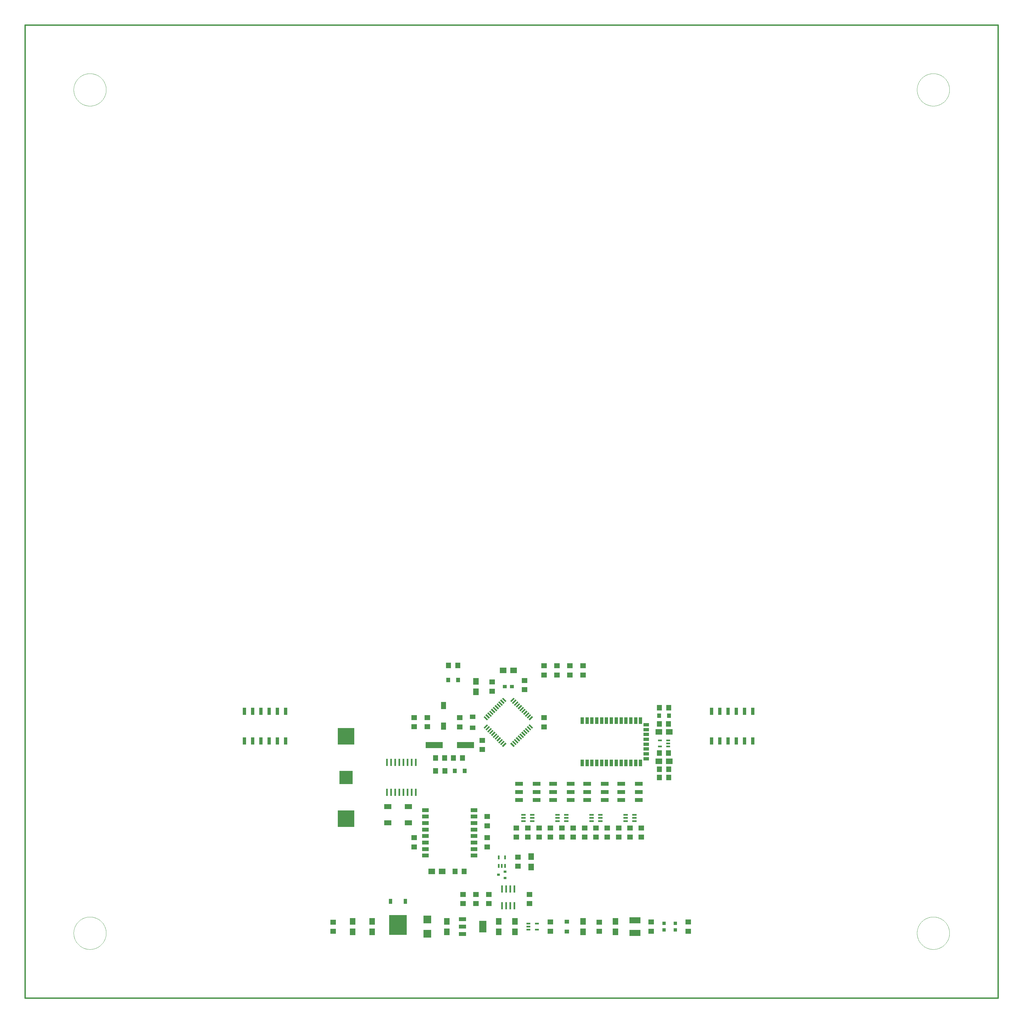
<source format=gtp>
G75*
%MOIN*%
%OFA0B0*%
%FSLAX25Y25*%
%IPPOS*%
%LPD*%
%AMOC8*
5,1,8,0,0,1.08239X$1,22.5*
%
%ADD10C,0.01600*%
%ADD11C,0.00000*%
%ADD12R,0.07087X0.08465*%
%ADD13R,0.05512X0.04724*%
%ADD14R,0.09449X0.09449*%
%ADD15R,0.08800X0.04800*%
%ADD16R,0.08661X0.14173*%
%ADD17R,0.07087X0.06299*%
%ADD18R,0.13386X0.07480*%
%ADD19R,0.03937X0.03937*%
%ADD20R,0.07098X0.06299*%
%ADD21R,0.04724X0.03937*%
%ADD22R,0.08465X0.07087*%
%ADD23R,0.04724X0.02165*%
%ADD24R,0.06299X0.07087*%
%ADD25R,0.04724X0.05512*%
%ADD26R,0.03500X0.03100*%
%ADD27R,0.02362X0.08661*%
%ADD28R,0.07087X0.05512*%
%ADD29R,0.06299X0.07098*%
%ADD30R,0.21000X0.07600*%
%ADD31R,0.06299X0.09055*%
%ADD32R,0.05906X0.01969*%
%ADD33R,0.01969X0.05906*%
%ADD34R,0.03937X0.07874*%
%ADD35R,0.07087X0.03937*%
%ADD36R,0.16000X0.16000*%
%ADD37R,0.20000X0.20000*%
%ADD38R,0.07874X0.04724*%
%ADD39R,0.02165X0.04724*%
%ADD40R,0.09055X0.06299*%
%ADD41R,0.05315X0.02165*%
%ADD42R,0.03937X0.06299*%
%ADD43R,0.21260X0.24409*%
%ADD44R,0.09449X0.05000*%
%ADD45R,0.04000X0.09000*%
D10*
X0001800Y0009496D02*
X1182902Y0009496D01*
X1182902Y1190598D01*
X0001800Y1190598D01*
X0001800Y0009496D01*
D11*
X0060855Y0088236D02*
X0060861Y0088719D01*
X0060879Y0089202D01*
X0060908Y0089684D01*
X0060950Y0090165D01*
X0061003Y0090646D01*
X0061068Y0091124D01*
X0061145Y0091601D01*
X0061233Y0092076D01*
X0061333Y0092549D01*
X0061445Y0093019D01*
X0061568Y0093486D01*
X0061703Y0093950D01*
X0061849Y0094411D01*
X0062006Y0094868D01*
X0062174Y0095321D01*
X0062353Y0095769D01*
X0062544Y0096213D01*
X0062745Y0096652D01*
X0062957Y0097087D01*
X0063179Y0097515D01*
X0063412Y0097939D01*
X0063656Y0098356D01*
X0063909Y0098767D01*
X0064173Y0099172D01*
X0064446Y0099571D01*
X0064729Y0099962D01*
X0065021Y0100347D01*
X0065323Y0100724D01*
X0065634Y0101094D01*
X0065954Y0101456D01*
X0066283Y0101810D01*
X0066621Y0102155D01*
X0066966Y0102493D01*
X0067320Y0102822D01*
X0067682Y0103142D01*
X0068052Y0103453D01*
X0068429Y0103755D01*
X0068814Y0104047D01*
X0069205Y0104330D01*
X0069604Y0104603D01*
X0070009Y0104867D01*
X0070420Y0105120D01*
X0070837Y0105364D01*
X0071261Y0105597D01*
X0071689Y0105819D01*
X0072124Y0106031D01*
X0072563Y0106232D01*
X0073007Y0106423D01*
X0073455Y0106602D01*
X0073908Y0106770D01*
X0074365Y0106927D01*
X0074826Y0107073D01*
X0075290Y0107208D01*
X0075757Y0107331D01*
X0076227Y0107443D01*
X0076700Y0107543D01*
X0077175Y0107631D01*
X0077652Y0107708D01*
X0078130Y0107773D01*
X0078611Y0107826D01*
X0079092Y0107868D01*
X0079574Y0107897D01*
X0080057Y0107915D01*
X0080540Y0107921D01*
X0081023Y0107915D01*
X0081506Y0107897D01*
X0081988Y0107868D01*
X0082469Y0107826D01*
X0082950Y0107773D01*
X0083428Y0107708D01*
X0083905Y0107631D01*
X0084380Y0107543D01*
X0084853Y0107443D01*
X0085323Y0107331D01*
X0085790Y0107208D01*
X0086254Y0107073D01*
X0086715Y0106927D01*
X0087172Y0106770D01*
X0087625Y0106602D01*
X0088073Y0106423D01*
X0088517Y0106232D01*
X0088956Y0106031D01*
X0089391Y0105819D01*
X0089819Y0105597D01*
X0090243Y0105364D01*
X0090660Y0105120D01*
X0091071Y0104867D01*
X0091476Y0104603D01*
X0091875Y0104330D01*
X0092266Y0104047D01*
X0092651Y0103755D01*
X0093028Y0103453D01*
X0093398Y0103142D01*
X0093760Y0102822D01*
X0094114Y0102493D01*
X0094459Y0102155D01*
X0094797Y0101810D01*
X0095126Y0101456D01*
X0095446Y0101094D01*
X0095757Y0100724D01*
X0096059Y0100347D01*
X0096351Y0099962D01*
X0096634Y0099571D01*
X0096907Y0099172D01*
X0097171Y0098767D01*
X0097424Y0098356D01*
X0097668Y0097939D01*
X0097901Y0097515D01*
X0098123Y0097087D01*
X0098335Y0096652D01*
X0098536Y0096213D01*
X0098727Y0095769D01*
X0098906Y0095321D01*
X0099074Y0094868D01*
X0099231Y0094411D01*
X0099377Y0093950D01*
X0099512Y0093486D01*
X0099635Y0093019D01*
X0099747Y0092549D01*
X0099847Y0092076D01*
X0099935Y0091601D01*
X0100012Y0091124D01*
X0100077Y0090646D01*
X0100130Y0090165D01*
X0100172Y0089684D01*
X0100201Y0089202D01*
X0100219Y0088719D01*
X0100225Y0088236D01*
X0100219Y0087753D01*
X0100201Y0087270D01*
X0100172Y0086788D01*
X0100130Y0086307D01*
X0100077Y0085826D01*
X0100012Y0085348D01*
X0099935Y0084871D01*
X0099847Y0084396D01*
X0099747Y0083923D01*
X0099635Y0083453D01*
X0099512Y0082986D01*
X0099377Y0082522D01*
X0099231Y0082061D01*
X0099074Y0081604D01*
X0098906Y0081151D01*
X0098727Y0080703D01*
X0098536Y0080259D01*
X0098335Y0079820D01*
X0098123Y0079385D01*
X0097901Y0078957D01*
X0097668Y0078533D01*
X0097424Y0078116D01*
X0097171Y0077705D01*
X0096907Y0077300D01*
X0096634Y0076901D01*
X0096351Y0076510D01*
X0096059Y0076125D01*
X0095757Y0075748D01*
X0095446Y0075378D01*
X0095126Y0075016D01*
X0094797Y0074662D01*
X0094459Y0074317D01*
X0094114Y0073979D01*
X0093760Y0073650D01*
X0093398Y0073330D01*
X0093028Y0073019D01*
X0092651Y0072717D01*
X0092266Y0072425D01*
X0091875Y0072142D01*
X0091476Y0071869D01*
X0091071Y0071605D01*
X0090660Y0071352D01*
X0090243Y0071108D01*
X0089819Y0070875D01*
X0089391Y0070653D01*
X0088956Y0070441D01*
X0088517Y0070240D01*
X0088073Y0070049D01*
X0087625Y0069870D01*
X0087172Y0069702D01*
X0086715Y0069545D01*
X0086254Y0069399D01*
X0085790Y0069264D01*
X0085323Y0069141D01*
X0084853Y0069029D01*
X0084380Y0068929D01*
X0083905Y0068841D01*
X0083428Y0068764D01*
X0082950Y0068699D01*
X0082469Y0068646D01*
X0081988Y0068604D01*
X0081506Y0068575D01*
X0081023Y0068557D01*
X0080540Y0068551D01*
X0080057Y0068557D01*
X0079574Y0068575D01*
X0079092Y0068604D01*
X0078611Y0068646D01*
X0078130Y0068699D01*
X0077652Y0068764D01*
X0077175Y0068841D01*
X0076700Y0068929D01*
X0076227Y0069029D01*
X0075757Y0069141D01*
X0075290Y0069264D01*
X0074826Y0069399D01*
X0074365Y0069545D01*
X0073908Y0069702D01*
X0073455Y0069870D01*
X0073007Y0070049D01*
X0072563Y0070240D01*
X0072124Y0070441D01*
X0071689Y0070653D01*
X0071261Y0070875D01*
X0070837Y0071108D01*
X0070420Y0071352D01*
X0070009Y0071605D01*
X0069604Y0071869D01*
X0069205Y0072142D01*
X0068814Y0072425D01*
X0068429Y0072717D01*
X0068052Y0073019D01*
X0067682Y0073330D01*
X0067320Y0073650D01*
X0066966Y0073979D01*
X0066621Y0074317D01*
X0066283Y0074662D01*
X0065954Y0075016D01*
X0065634Y0075378D01*
X0065323Y0075748D01*
X0065021Y0076125D01*
X0064729Y0076510D01*
X0064446Y0076901D01*
X0064173Y0077300D01*
X0063909Y0077705D01*
X0063656Y0078116D01*
X0063412Y0078533D01*
X0063179Y0078957D01*
X0062957Y0079385D01*
X0062745Y0079820D01*
X0062544Y0080259D01*
X0062353Y0080703D01*
X0062174Y0081151D01*
X0062006Y0081604D01*
X0061849Y0082061D01*
X0061703Y0082522D01*
X0061568Y0082986D01*
X0061445Y0083453D01*
X0061333Y0083923D01*
X0061233Y0084396D01*
X0061145Y0084871D01*
X0061068Y0085348D01*
X0061003Y0085826D01*
X0060950Y0086307D01*
X0060908Y0086788D01*
X0060879Y0087270D01*
X0060861Y0087753D01*
X0060855Y0088236D01*
X0060855Y1111858D02*
X0060861Y1112341D01*
X0060879Y1112824D01*
X0060908Y1113306D01*
X0060950Y1113787D01*
X0061003Y1114268D01*
X0061068Y1114746D01*
X0061145Y1115223D01*
X0061233Y1115698D01*
X0061333Y1116171D01*
X0061445Y1116641D01*
X0061568Y1117108D01*
X0061703Y1117572D01*
X0061849Y1118033D01*
X0062006Y1118490D01*
X0062174Y1118943D01*
X0062353Y1119391D01*
X0062544Y1119835D01*
X0062745Y1120274D01*
X0062957Y1120709D01*
X0063179Y1121137D01*
X0063412Y1121561D01*
X0063656Y1121978D01*
X0063909Y1122389D01*
X0064173Y1122794D01*
X0064446Y1123193D01*
X0064729Y1123584D01*
X0065021Y1123969D01*
X0065323Y1124346D01*
X0065634Y1124716D01*
X0065954Y1125078D01*
X0066283Y1125432D01*
X0066621Y1125777D01*
X0066966Y1126115D01*
X0067320Y1126444D01*
X0067682Y1126764D01*
X0068052Y1127075D01*
X0068429Y1127377D01*
X0068814Y1127669D01*
X0069205Y1127952D01*
X0069604Y1128225D01*
X0070009Y1128489D01*
X0070420Y1128742D01*
X0070837Y1128986D01*
X0071261Y1129219D01*
X0071689Y1129441D01*
X0072124Y1129653D01*
X0072563Y1129854D01*
X0073007Y1130045D01*
X0073455Y1130224D01*
X0073908Y1130392D01*
X0074365Y1130549D01*
X0074826Y1130695D01*
X0075290Y1130830D01*
X0075757Y1130953D01*
X0076227Y1131065D01*
X0076700Y1131165D01*
X0077175Y1131253D01*
X0077652Y1131330D01*
X0078130Y1131395D01*
X0078611Y1131448D01*
X0079092Y1131490D01*
X0079574Y1131519D01*
X0080057Y1131537D01*
X0080540Y1131543D01*
X0081023Y1131537D01*
X0081506Y1131519D01*
X0081988Y1131490D01*
X0082469Y1131448D01*
X0082950Y1131395D01*
X0083428Y1131330D01*
X0083905Y1131253D01*
X0084380Y1131165D01*
X0084853Y1131065D01*
X0085323Y1130953D01*
X0085790Y1130830D01*
X0086254Y1130695D01*
X0086715Y1130549D01*
X0087172Y1130392D01*
X0087625Y1130224D01*
X0088073Y1130045D01*
X0088517Y1129854D01*
X0088956Y1129653D01*
X0089391Y1129441D01*
X0089819Y1129219D01*
X0090243Y1128986D01*
X0090660Y1128742D01*
X0091071Y1128489D01*
X0091476Y1128225D01*
X0091875Y1127952D01*
X0092266Y1127669D01*
X0092651Y1127377D01*
X0093028Y1127075D01*
X0093398Y1126764D01*
X0093760Y1126444D01*
X0094114Y1126115D01*
X0094459Y1125777D01*
X0094797Y1125432D01*
X0095126Y1125078D01*
X0095446Y1124716D01*
X0095757Y1124346D01*
X0096059Y1123969D01*
X0096351Y1123584D01*
X0096634Y1123193D01*
X0096907Y1122794D01*
X0097171Y1122389D01*
X0097424Y1121978D01*
X0097668Y1121561D01*
X0097901Y1121137D01*
X0098123Y1120709D01*
X0098335Y1120274D01*
X0098536Y1119835D01*
X0098727Y1119391D01*
X0098906Y1118943D01*
X0099074Y1118490D01*
X0099231Y1118033D01*
X0099377Y1117572D01*
X0099512Y1117108D01*
X0099635Y1116641D01*
X0099747Y1116171D01*
X0099847Y1115698D01*
X0099935Y1115223D01*
X0100012Y1114746D01*
X0100077Y1114268D01*
X0100130Y1113787D01*
X0100172Y1113306D01*
X0100201Y1112824D01*
X0100219Y1112341D01*
X0100225Y1111858D01*
X0100219Y1111375D01*
X0100201Y1110892D01*
X0100172Y1110410D01*
X0100130Y1109929D01*
X0100077Y1109448D01*
X0100012Y1108970D01*
X0099935Y1108493D01*
X0099847Y1108018D01*
X0099747Y1107545D01*
X0099635Y1107075D01*
X0099512Y1106608D01*
X0099377Y1106144D01*
X0099231Y1105683D01*
X0099074Y1105226D01*
X0098906Y1104773D01*
X0098727Y1104325D01*
X0098536Y1103881D01*
X0098335Y1103442D01*
X0098123Y1103007D01*
X0097901Y1102579D01*
X0097668Y1102155D01*
X0097424Y1101738D01*
X0097171Y1101327D01*
X0096907Y1100922D01*
X0096634Y1100523D01*
X0096351Y1100132D01*
X0096059Y1099747D01*
X0095757Y1099370D01*
X0095446Y1099000D01*
X0095126Y1098638D01*
X0094797Y1098284D01*
X0094459Y1097939D01*
X0094114Y1097601D01*
X0093760Y1097272D01*
X0093398Y1096952D01*
X0093028Y1096641D01*
X0092651Y1096339D01*
X0092266Y1096047D01*
X0091875Y1095764D01*
X0091476Y1095491D01*
X0091071Y1095227D01*
X0090660Y1094974D01*
X0090243Y1094730D01*
X0089819Y1094497D01*
X0089391Y1094275D01*
X0088956Y1094063D01*
X0088517Y1093862D01*
X0088073Y1093671D01*
X0087625Y1093492D01*
X0087172Y1093324D01*
X0086715Y1093167D01*
X0086254Y1093021D01*
X0085790Y1092886D01*
X0085323Y1092763D01*
X0084853Y1092651D01*
X0084380Y1092551D01*
X0083905Y1092463D01*
X0083428Y1092386D01*
X0082950Y1092321D01*
X0082469Y1092268D01*
X0081988Y1092226D01*
X0081506Y1092197D01*
X0081023Y1092179D01*
X0080540Y1092173D01*
X0080057Y1092179D01*
X0079574Y1092197D01*
X0079092Y1092226D01*
X0078611Y1092268D01*
X0078130Y1092321D01*
X0077652Y1092386D01*
X0077175Y1092463D01*
X0076700Y1092551D01*
X0076227Y1092651D01*
X0075757Y1092763D01*
X0075290Y1092886D01*
X0074826Y1093021D01*
X0074365Y1093167D01*
X0073908Y1093324D01*
X0073455Y1093492D01*
X0073007Y1093671D01*
X0072563Y1093862D01*
X0072124Y1094063D01*
X0071689Y1094275D01*
X0071261Y1094497D01*
X0070837Y1094730D01*
X0070420Y1094974D01*
X0070009Y1095227D01*
X0069604Y1095491D01*
X0069205Y1095764D01*
X0068814Y1096047D01*
X0068429Y1096339D01*
X0068052Y1096641D01*
X0067682Y1096952D01*
X0067320Y1097272D01*
X0066966Y1097601D01*
X0066621Y1097939D01*
X0066283Y1098284D01*
X0065954Y1098638D01*
X0065634Y1099000D01*
X0065323Y1099370D01*
X0065021Y1099747D01*
X0064729Y1100132D01*
X0064446Y1100523D01*
X0064173Y1100922D01*
X0063909Y1101327D01*
X0063656Y1101738D01*
X0063412Y1102155D01*
X0063179Y1102579D01*
X0062957Y1103007D01*
X0062745Y1103442D01*
X0062544Y1103881D01*
X0062353Y1104325D01*
X0062174Y1104773D01*
X0062006Y1105226D01*
X0061849Y1105683D01*
X0061703Y1106144D01*
X0061568Y1106608D01*
X0061445Y1107075D01*
X0061333Y1107545D01*
X0061233Y1108018D01*
X0061145Y1108493D01*
X0061068Y1108970D01*
X0061003Y1109448D01*
X0060950Y1109929D01*
X0060908Y1110410D01*
X0060879Y1110892D01*
X0060861Y1111375D01*
X0060855Y1111858D01*
X1084477Y1111858D02*
X1084483Y1112341D01*
X1084501Y1112824D01*
X1084530Y1113306D01*
X1084572Y1113787D01*
X1084625Y1114268D01*
X1084690Y1114746D01*
X1084767Y1115223D01*
X1084855Y1115698D01*
X1084955Y1116171D01*
X1085067Y1116641D01*
X1085190Y1117108D01*
X1085325Y1117572D01*
X1085471Y1118033D01*
X1085628Y1118490D01*
X1085796Y1118943D01*
X1085975Y1119391D01*
X1086166Y1119835D01*
X1086367Y1120274D01*
X1086579Y1120709D01*
X1086801Y1121137D01*
X1087034Y1121561D01*
X1087278Y1121978D01*
X1087531Y1122389D01*
X1087795Y1122794D01*
X1088068Y1123193D01*
X1088351Y1123584D01*
X1088643Y1123969D01*
X1088945Y1124346D01*
X1089256Y1124716D01*
X1089576Y1125078D01*
X1089905Y1125432D01*
X1090243Y1125777D01*
X1090588Y1126115D01*
X1090942Y1126444D01*
X1091304Y1126764D01*
X1091674Y1127075D01*
X1092051Y1127377D01*
X1092436Y1127669D01*
X1092827Y1127952D01*
X1093226Y1128225D01*
X1093631Y1128489D01*
X1094042Y1128742D01*
X1094459Y1128986D01*
X1094883Y1129219D01*
X1095311Y1129441D01*
X1095746Y1129653D01*
X1096185Y1129854D01*
X1096629Y1130045D01*
X1097077Y1130224D01*
X1097530Y1130392D01*
X1097987Y1130549D01*
X1098448Y1130695D01*
X1098912Y1130830D01*
X1099379Y1130953D01*
X1099849Y1131065D01*
X1100322Y1131165D01*
X1100797Y1131253D01*
X1101274Y1131330D01*
X1101752Y1131395D01*
X1102233Y1131448D01*
X1102714Y1131490D01*
X1103196Y1131519D01*
X1103679Y1131537D01*
X1104162Y1131543D01*
X1104645Y1131537D01*
X1105128Y1131519D01*
X1105610Y1131490D01*
X1106091Y1131448D01*
X1106572Y1131395D01*
X1107050Y1131330D01*
X1107527Y1131253D01*
X1108002Y1131165D01*
X1108475Y1131065D01*
X1108945Y1130953D01*
X1109412Y1130830D01*
X1109876Y1130695D01*
X1110337Y1130549D01*
X1110794Y1130392D01*
X1111247Y1130224D01*
X1111695Y1130045D01*
X1112139Y1129854D01*
X1112578Y1129653D01*
X1113013Y1129441D01*
X1113441Y1129219D01*
X1113865Y1128986D01*
X1114282Y1128742D01*
X1114693Y1128489D01*
X1115098Y1128225D01*
X1115497Y1127952D01*
X1115888Y1127669D01*
X1116273Y1127377D01*
X1116650Y1127075D01*
X1117020Y1126764D01*
X1117382Y1126444D01*
X1117736Y1126115D01*
X1118081Y1125777D01*
X1118419Y1125432D01*
X1118748Y1125078D01*
X1119068Y1124716D01*
X1119379Y1124346D01*
X1119681Y1123969D01*
X1119973Y1123584D01*
X1120256Y1123193D01*
X1120529Y1122794D01*
X1120793Y1122389D01*
X1121046Y1121978D01*
X1121290Y1121561D01*
X1121523Y1121137D01*
X1121745Y1120709D01*
X1121957Y1120274D01*
X1122158Y1119835D01*
X1122349Y1119391D01*
X1122528Y1118943D01*
X1122696Y1118490D01*
X1122853Y1118033D01*
X1122999Y1117572D01*
X1123134Y1117108D01*
X1123257Y1116641D01*
X1123369Y1116171D01*
X1123469Y1115698D01*
X1123557Y1115223D01*
X1123634Y1114746D01*
X1123699Y1114268D01*
X1123752Y1113787D01*
X1123794Y1113306D01*
X1123823Y1112824D01*
X1123841Y1112341D01*
X1123847Y1111858D01*
X1123841Y1111375D01*
X1123823Y1110892D01*
X1123794Y1110410D01*
X1123752Y1109929D01*
X1123699Y1109448D01*
X1123634Y1108970D01*
X1123557Y1108493D01*
X1123469Y1108018D01*
X1123369Y1107545D01*
X1123257Y1107075D01*
X1123134Y1106608D01*
X1122999Y1106144D01*
X1122853Y1105683D01*
X1122696Y1105226D01*
X1122528Y1104773D01*
X1122349Y1104325D01*
X1122158Y1103881D01*
X1121957Y1103442D01*
X1121745Y1103007D01*
X1121523Y1102579D01*
X1121290Y1102155D01*
X1121046Y1101738D01*
X1120793Y1101327D01*
X1120529Y1100922D01*
X1120256Y1100523D01*
X1119973Y1100132D01*
X1119681Y1099747D01*
X1119379Y1099370D01*
X1119068Y1099000D01*
X1118748Y1098638D01*
X1118419Y1098284D01*
X1118081Y1097939D01*
X1117736Y1097601D01*
X1117382Y1097272D01*
X1117020Y1096952D01*
X1116650Y1096641D01*
X1116273Y1096339D01*
X1115888Y1096047D01*
X1115497Y1095764D01*
X1115098Y1095491D01*
X1114693Y1095227D01*
X1114282Y1094974D01*
X1113865Y1094730D01*
X1113441Y1094497D01*
X1113013Y1094275D01*
X1112578Y1094063D01*
X1112139Y1093862D01*
X1111695Y1093671D01*
X1111247Y1093492D01*
X1110794Y1093324D01*
X1110337Y1093167D01*
X1109876Y1093021D01*
X1109412Y1092886D01*
X1108945Y1092763D01*
X1108475Y1092651D01*
X1108002Y1092551D01*
X1107527Y1092463D01*
X1107050Y1092386D01*
X1106572Y1092321D01*
X1106091Y1092268D01*
X1105610Y1092226D01*
X1105128Y1092197D01*
X1104645Y1092179D01*
X1104162Y1092173D01*
X1103679Y1092179D01*
X1103196Y1092197D01*
X1102714Y1092226D01*
X1102233Y1092268D01*
X1101752Y1092321D01*
X1101274Y1092386D01*
X1100797Y1092463D01*
X1100322Y1092551D01*
X1099849Y1092651D01*
X1099379Y1092763D01*
X1098912Y1092886D01*
X1098448Y1093021D01*
X1097987Y1093167D01*
X1097530Y1093324D01*
X1097077Y1093492D01*
X1096629Y1093671D01*
X1096185Y1093862D01*
X1095746Y1094063D01*
X1095311Y1094275D01*
X1094883Y1094497D01*
X1094459Y1094730D01*
X1094042Y1094974D01*
X1093631Y1095227D01*
X1093226Y1095491D01*
X1092827Y1095764D01*
X1092436Y1096047D01*
X1092051Y1096339D01*
X1091674Y1096641D01*
X1091304Y1096952D01*
X1090942Y1097272D01*
X1090588Y1097601D01*
X1090243Y1097939D01*
X1089905Y1098284D01*
X1089576Y1098638D01*
X1089256Y1099000D01*
X1088945Y1099370D01*
X1088643Y1099747D01*
X1088351Y1100132D01*
X1088068Y1100523D01*
X1087795Y1100922D01*
X1087531Y1101327D01*
X1087278Y1101738D01*
X1087034Y1102155D01*
X1086801Y1102579D01*
X1086579Y1103007D01*
X1086367Y1103442D01*
X1086166Y1103881D01*
X1085975Y1104325D01*
X1085796Y1104773D01*
X1085628Y1105226D01*
X1085471Y1105683D01*
X1085325Y1106144D01*
X1085190Y1106608D01*
X1085067Y1107075D01*
X1084955Y1107545D01*
X1084855Y1108018D01*
X1084767Y1108493D01*
X1084690Y1108970D01*
X1084625Y1109448D01*
X1084572Y1109929D01*
X1084530Y1110410D01*
X1084501Y1110892D01*
X1084483Y1111375D01*
X1084477Y1111858D01*
X1084477Y0088236D02*
X1084483Y0088719D01*
X1084501Y0089202D01*
X1084530Y0089684D01*
X1084572Y0090165D01*
X1084625Y0090646D01*
X1084690Y0091124D01*
X1084767Y0091601D01*
X1084855Y0092076D01*
X1084955Y0092549D01*
X1085067Y0093019D01*
X1085190Y0093486D01*
X1085325Y0093950D01*
X1085471Y0094411D01*
X1085628Y0094868D01*
X1085796Y0095321D01*
X1085975Y0095769D01*
X1086166Y0096213D01*
X1086367Y0096652D01*
X1086579Y0097087D01*
X1086801Y0097515D01*
X1087034Y0097939D01*
X1087278Y0098356D01*
X1087531Y0098767D01*
X1087795Y0099172D01*
X1088068Y0099571D01*
X1088351Y0099962D01*
X1088643Y0100347D01*
X1088945Y0100724D01*
X1089256Y0101094D01*
X1089576Y0101456D01*
X1089905Y0101810D01*
X1090243Y0102155D01*
X1090588Y0102493D01*
X1090942Y0102822D01*
X1091304Y0103142D01*
X1091674Y0103453D01*
X1092051Y0103755D01*
X1092436Y0104047D01*
X1092827Y0104330D01*
X1093226Y0104603D01*
X1093631Y0104867D01*
X1094042Y0105120D01*
X1094459Y0105364D01*
X1094883Y0105597D01*
X1095311Y0105819D01*
X1095746Y0106031D01*
X1096185Y0106232D01*
X1096629Y0106423D01*
X1097077Y0106602D01*
X1097530Y0106770D01*
X1097987Y0106927D01*
X1098448Y0107073D01*
X1098912Y0107208D01*
X1099379Y0107331D01*
X1099849Y0107443D01*
X1100322Y0107543D01*
X1100797Y0107631D01*
X1101274Y0107708D01*
X1101752Y0107773D01*
X1102233Y0107826D01*
X1102714Y0107868D01*
X1103196Y0107897D01*
X1103679Y0107915D01*
X1104162Y0107921D01*
X1104645Y0107915D01*
X1105128Y0107897D01*
X1105610Y0107868D01*
X1106091Y0107826D01*
X1106572Y0107773D01*
X1107050Y0107708D01*
X1107527Y0107631D01*
X1108002Y0107543D01*
X1108475Y0107443D01*
X1108945Y0107331D01*
X1109412Y0107208D01*
X1109876Y0107073D01*
X1110337Y0106927D01*
X1110794Y0106770D01*
X1111247Y0106602D01*
X1111695Y0106423D01*
X1112139Y0106232D01*
X1112578Y0106031D01*
X1113013Y0105819D01*
X1113441Y0105597D01*
X1113865Y0105364D01*
X1114282Y0105120D01*
X1114693Y0104867D01*
X1115098Y0104603D01*
X1115497Y0104330D01*
X1115888Y0104047D01*
X1116273Y0103755D01*
X1116650Y0103453D01*
X1117020Y0103142D01*
X1117382Y0102822D01*
X1117736Y0102493D01*
X1118081Y0102155D01*
X1118419Y0101810D01*
X1118748Y0101456D01*
X1119068Y0101094D01*
X1119379Y0100724D01*
X1119681Y0100347D01*
X1119973Y0099962D01*
X1120256Y0099571D01*
X1120529Y0099172D01*
X1120793Y0098767D01*
X1121046Y0098356D01*
X1121290Y0097939D01*
X1121523Y0097515D01*
X1121745Y0097087D01*
X1121957Y0096652D01*
X1122158Y0096213D01*
X1122349Y0095769D01*
X1122528Y0095321D01*
X1122696Y0094868D01*
X1122853Y0094411D01*
X1122999Y0093950D01*
X1123134Y0093486D01*
X1123257Y0093019D01*
X1123369Y0092549D01*
X1123469Y0092076D01*
X1123557Y0091601D01*
X1123634Y0091124D01*
X1123699Y0090646D01*
X1123752Y0090165D01*
X1123794Y0089684D01*
X1123823Y0089202D01*
X1123841Y0088719D01*
X1123847Y0088236D01*
X1123841Y0087753D01*
X1123823Y0087270D01*
X1123794Y0086788D01*
X1123752Y0086307D01*
X1123699Y0085826D01*
X1123634Y0085348D01*
X1123557Y0084871D01*
X1123469Y0084396D01*
X1123369Y0083923D01*
X1123257Y0083453D01*
X1123134Y0082986D01*
X1122999Y0082522D01*
X1122853Y0082061D01*
X1122696Y0081604D01*
X1122528Y0081151D01*
X1122349Y0080703D01*
X1122158Y0080259D01*
X1121957Y0079820D01*
X1121745Y0079385D01*
X1121523Y0078957D01*
X1121290Y0078533D01*
X1121046Y0078116D01*
X1120793Y0077705D01*
X1120529Y0077300D01*
X1120256Y0076901D01*
X1119973Y0076510D01*
X1119681Y0076125D01*
X1119379Y0075748D01*
X1119068Y0075378D01*
X1118748Y0075016D01*
X1118419Y0074662D01*
X1118081Y0074317D01*
X1117736Y0073979D01*
X1117382Y0073650D01*
X1117020Y0073330D01*
X1116650Y0073019D01*
X1116273Y0072717D01*
X1115888Y0072425D01*
X1115497Y0072142D01*
X1115098Y0071869D01*
X1114693Y0071605D01*
X1114282Y0071352D01*
X1113865Y0071108D01*
X1113441Y0070875D01*
X1113013Y0070653D01*
X1112578Y0070441D01*
X1112139Y0070240D01*
X1111695Y0070049D01*
X1111247Y0069870D01*
X1110794Y0069702D01*
X1110337Y0069545D01*
X1109876Y0069399D01*
X1109412Y0069264D01*
X1108945Y0069141D01*
X1108475Y0069029D01*
X1108002Y0068929D01*
X1107527Y0068841D01*
X1107050Y0068764D01*
X1106572Y0068699D01*
X1106091Y0068646D01*
X1105610Y0068604D01*
X1105128Y0068575D01*
X1104645Y0068557D01*
X1104162Y0068551D01*
X1103679Y0068557D01*
X1103196Y0068575D01*
X1102714Y0068604D01*
X1102233Y0068646D01*
X1101752Y0068699D01*
X1101274Y0068764D01*
X1100797Y0068841D01*
X1100322Y0068929D01*
X1099849Y0069029D01*
X1099379Y0069141D01*
X1098912Y0069264D01*
X1098448Y0069399D01*
X1097987Y0069545D01*
X1097530Y0069702D01*
X1097077Y0069870D01*
X1096629Y0070049D01*
X1096185Y0070240D01*
X1095746Y0070441D01*
X1095311Y0070653D01*
X1094883Y0070875D01*
X1094459Y0071108D01*
X1094042Y0071352D01*
X1093631Y0071605D01*
X1093226Y0071869D01*
X1092827Y0072142D01*
X1092436Y0072425D01*
X1092051Y0072717D01*
X1091674Y0073019D01*
X1091304Y0073330D01*
X1090942Y0073650D01*
X1090588Y0073979D01*
X1090243Y0074317D01*
X1089905Y0074662D01*
X1089576Y0075016D01*
X1089256Y0075378D01*
X1088945Y0075748D01*
X1088643Y0076125D01*
X1088351Y0076510D01*
X1088068Y0076901D01*
X1087795Y0077300D01*
X1087531Y0077705D01*
X1087278Y0078116D01*
X1087034Y0078533D01*
X1086801Y0078957D01*
X1086579Y0079385D01*
X1086367Y0079820D01*
X1086166Y0080259D01*
X1085975Y0080703D01*
X1085796Y0081151D01*
X1085628Y0081604D01*
X1085471Y0082061D01*
X1085325Y0082522D01*
X1085190Y0082986D01*
X1085067Y0083453D01*
X1084955Y0083923D01*
X1084855Y0084396D01*
X1084767Y0084871D01*
X1084690Y0085348D01*
X1084625Y0085826D01*
X1084572Y0086307D01*
X1084530Y0086788D01*
X1084501Y0087270D01*
X1084483Y0087753D01*
X1084477Y0088236D01*
D12*
X0718335Y0089713D03*
X0718335Y0102508D03*
X0678965Y0102508D03*
X0678965Y0089713D03*
X0596288Y0089713D03*
X0596288Y0102508D03*
X0576603Y0102508D03*
X0576603Y0089713D03*
X0513611Y0089713D03*
X0513611Y0102508D03*
X0423060Y0102508D03*
X0423060Y0089713D03*
X0399438Y0089713D03*
X0399438Y0102508D03*
X0615973Y0168453D03*
X0615973Y0181248D03*
X0549044Y0381051D03*
X0549044Y0393846D03*
D13*
X0659280Y0102016D03*
X0659280Y0090205D03*
D14*
X0489989Y0087449D03*
X0489989Y0104772D03*
D15*
X0532907Y0105210D03*
X0532907Y0096110D03*
X0532907Y0087010D03*
D16*
X0557308Y0096110D03*
D17*
X0533296Y0124063D03*
X0533296Y0135087D03*
X0600225Y0169339D03*
X0600225Y0180362D03*
X0598257Y0204772D03*
X0598257Y0215795D03*
X0625816Y0215795D03*
X0625816Y0204772D03*
X0639595Y0204772D03*
X0639595Y0215795D03*
X0667154Y0215795D03*
X0667154Y0204772D03*
X0680934Y0204772D03*
X0680934Y0215795D03*
X0708493Y0215795D03*
X0708493Y0204772D03*
X0722272Y0204772D03*
X0722272Y0215795D03*
X0749831Y0215795D03*
X0749831Y0204772D03*
X0698650Y0101622D03*
X0698650Y0090598D03*
X0614005Y0124063D03*
X0614005Y0135087D03*
X0489989Y0338630D03*
X0489989Y0349654D03*
X0474241Y0349654D03*
X0474241Y0338630D03*
X0608099Y0383906D03*
X0608099Y0394929D03*
X0375816Y0101622D03*
X0375816Y0090598D03*
D18*
X0741957Y0088433D03*
X0741957Y0103787D03*
D19*
X0777391Y0100047D03*
X0777391Y0092173D03*
X0791170Y0092173D03*
X0791170Y0100047D03*
D20*
X0806918Y0101709D03*
X0806918Y0090512D03*
X0761643Y0090512D03*
X0761643Y0101709D03*
X0736052Y0204685D03*
X0736052Y0215882D03*
X0694713Y0215882D03*
X0694713Y0204685D03*
X0653375Y0204685D03*
X0653375Y0215882D03*
X0612036Y0215882D03*
X0612036Y0204685D03*
X0562824Y0204071D03*
X0562824Y0192874D03*
X0562824Y0218465D03*
X0562824Y0229661D03*
X0556918Y0310984D03*
X0556918Y0322181D03*
X0529359Y0338543D03*
X0529359Y0349740D03*
X0568729Y0381850D03*
X0568729Y0393047D03*
X0631721Y0401535D03*
X0631721Y0412732D03*
X0647469Y0412732D03*
X0647469Y0401535D03*
X0663217Y0401535D03*
X0663217Y0412732D03*
X0678965Y0412732D03*
X0678965Y0401535D03*
X0631721Y0349740D03*
X0631721Y0338543D03*
X0474241Y0204071D03*
X0474241Y0192874D03*
X0549044Y0135173D03*
X0549044Y0123976D03*
X0564792Y0123976D03*
X0564792Y0135173D03*
X0639595Y0101709D03*
X0639595Y0090512D03*
D21*
X0592745Y0387449D03*
X0584083Y0387449D03*
D22*
X0582017Y0407134D03*
X0594812Y0407134D03*
X0770993Y0332331D03*
X0783788Y0332331D03*
X0783788Y0296898D03*
X0770993Y0296898D03*
X0508198Y0163039D03*
X0495402Y0163039D03*
D23*
X0612824Y0099850D03*
X0612824Y0096110D03*
X0612824Y0092370D03*
X0623060Y0092370D03*
X0623060Y0099850D03*
X0772272Y0314811D03*
X0772272Y0322291D03*
X0782509Y0322291D03*
X0782509Y0318551D03*
X0782509Y0314811D03*
D24*
X0782902Y0306740D03*
X0771879Y0306740D03*
X0771879Y0342173D03*
X0782902Y0342173D03*
X0534871Y0163039D03*
X0523847Y0163039D03*
X0521879Y0300835D03*
X0511249Y0300835D03*
X0500225Y0300835D03*
X0532902Y0300835D03*
D25*
X0535265Y0285087D03*
X0523454Y0285087D03*
X0527391Y0395323D03*
X0515580Y0395323D03*
X0771485Y0352016D03*
X0783296Y0352016D03*
D26*
X0584540Y0162802D03*
X0584540Y0155202D03*
X0576540Y0159002D03*
D27*
X0580914Y0141780D03*
X0585914Y0141780D03*
X0590914Y0141780D03*
X0595914Y0141780D03*
X0595914Y0121307D03*
X0590914Y0121307D03*
X0585914Y0121307D03*
X0580914Y0121307D03*
X0475993Y0259102D03*
X0470993Y0259102D03*
X0465993Y0259102D03*
X0460993Y0259102D03*
X0455993Y0259102D03*
X0450993Y0259102D03*
X0445993Y0259102D03*
X0440993Y0259102D03*
X0440993Y0295323D03*
X0445993Y0295323D03*
X0450993Y0295323D03*
X0455993Y0295323D03*
X0460993Y0295323D03*
X0465993Y0295323D03*
X0470993Y0295323D03*
X0475993Y0295323D03*
D28*
X0545107Y0337449D03*
X0545107Y0350835D03*
D29*
X0527083Y0413039D03*
X0515887Y0413039D03*
X0511335Y0285087D03*
X0500139Y0285087D03*
X0771792Y0287055D03*
X0771792Y0277213D03*
X0782989Y0277213D03*
X0782989Y0287055D03*
X0782989Y0361858D03*
X0771792Y0361858D03*
D30*
X0536548Y0316583D03*
X0498548Y0316583D03*
D31*
X0509674Y0339614D03*
X0509674Y0364417D03*
D32*
G36*
X0562524Y0346370D02*
X0558349Y0350545D01*
X0559740Y0351936D01*
X0563915Y0347761D01*
X0562524Y0346370D01*
G37*
G36*
X0564751Y0348597D02*
X0560576Y0352772D01*
X0561967Y0354163D01*
X0566142Y0349988D01*
X0564751Y0348597D01*
G37*
G36*
X0566978Y0350824D02*
X0562803Y0354999D01*
X0564194Y0356390D01*
X0568369Y0352215D01*
X0566978Y0350824D01*
G37*
G36*
X0569205Y0353051D02*
X0565030Y0357226D01*
X0566421Y0358617D01*
X0570596Y0354442D01*
X0569205Y0353051D01*
G37*
G36*
X0571433Y0355278D02*
X0567258Y0359453D01*
X0568649Y0360844D01*
X0572824Y0356669D01*
X0571433Y0355278D01*
G37*
G36*
X0573660Y0357505D02*
X0569485Y0361680D01*
X0570876Y0363071D01*
X0575051Y0358896D01*
X0573660Y0357505D01*
G37*
G36*
X0575887Y0359732D02*
X0571712Y0363907D01*
X0573103Y0365298D01*
X0577278Y0361123D01*
X0575887Y0359732D01*
G37*
G36*
X0578114Y0361959D02*
X0573939Y0366134D01*
X0575330Y0367525D01*
X0579505Y0363350D01*
X0578114Y0361959D01*
G37*
G36*
X0580341Y0364187D02*
X0576166Y0368362D01*
X0577557Y0369753D01*
X0581732Y0365578D01*
X0580341Y0364187D01*
G37*
G36*
X0582568Y0366414D02*
X0578393Y0370589D01*
X0579784Y0371980D01*
X0583959Y0367805D01*
X0582568Y0366414D01*
G37*
G36*
X0584795Y0368641D02*
X0580620Y0372816D01*
X0582011Y0374207D01*
X0586186Y0370032D01*
X0584795Y0368641D01*
G37*
G36*
X0617088Y0336348D02*
X0612913Y0340523D01*
X0614304Y0341914D01*
X0618479Y0337739D01*
X0617088Y0336348D01*
G37*
G36*
X0614861Y0334121D02*
X0610686Y0338296D01*
X0612077Y0339687D01*
X0616252Y0335512D01*
X0614861Y0334121D01*
G37*
G36*
X0612634Y0331894D02*
X0608459Y0336069D01*
X0609850Y0337460D01*
X0614025Y0333285D01*
X0612634Y0331894D01*
G37*
G36*
X0610407Y0329666D02*
X0606232Y0333841D01*
X0607623Y0335232D01*
X0611798Y0331057D01*
X0610407Y0329666D01*
G37*
G36*
X0608180Y0327439D02*
X0604005Y0331614D01*
X0605396Y0333005D01*
X0609571Y0328830D01*
X0608180Y0327439D01*
G37*
G36*
X0605953Y0325212D02*
X0601778Y0329387D01*
X0603169Y0330778D01*
X0607344Y0326603D01*
X0605953Y0325212D01*
G37*
G36*
X0603726Y0322985D02*
X0599551Y0327160D01*
X0600942Y0328551D01*
X0605117Y0324376D01*
X0603726Y0322985D01*
G37*
G36*
X0601498Y0320758D02*
X0597323Y0324933D01*
X0598714Y0326324D01*
X0602889Y0322149D01*
X0601498Y0320758D01*
G37*
G36*
X0599271Y0318531D02*
X0595096Y0322706D01*
X0596487Y0324097D01*
X0600662Y0319922D01*
X0599271Y0318531D01*
G37*
G36*
X0597044Y0316304D02*
X0592869Y0320479D01*
X0594260Y0321870D01*
X0598435Y0317695D01*
X0597044Y0316304D01*
G37*
G36*
X0594817Y0314077D02*
X0590642Y0318252D01*
X0592033Y0319643D01*
X0596208Y0315468D01*
X0594817Y0314077D01*
G37*
D33*
G36*
X0582011Y0314077D02*
X0580620Y0315468D01*
X0584795Y0319643D01*
X0586186Y0318252D01*
X0582011Y0314077D01*
G37*
G36*
X0579784Y0316304D02*
X0578393Y0317695D01*
X0582568Y0321870D01*
X0583959Y0320479D01*
X0579784Y0316304D01*
G37*
G36*
X0577557Y0318531D02*
X0576166Y0319922D01*
X0580341Y0324097D01*
X0581732Y0322706D01*
X0577557Y0318531D01*
G37*
G36*
X0575330Y0320758D02*
X0573939Y0322149D01*
X0578114Y0326324D01*
X0579505Y0324933D01*
X0575330Y0320758D01*
G37*
G36*
X0573103Y0322985D02*
X0571712Y0324376D01*
X0575887Y0328551D01*
X0577278Y0327160D01*
X0573103Y0322985D01*
G37*
G36*
X0570876Y0325212D02*
X0569485Y0326603D01*
X0573660Y0330778D01*
X0575051Y0329387D01*
X0570876Y0325212D01*
G37*
G36*
X0568649Y0327439D02*
X0567258Y0328830D01*
X0571433Y0333005D01*
X0572824Y0331614D01*
X0568649Y0327439D01*
G37*
G36*
X0566421Y0329666D02*
X0565030Y0331057D01*
X0569205Y0335232D01*
X0570596Y0333841D01*
X0566421Y0329666D01*
G37*
G36*
X0564194Y0331894D02*
X0562803Y0333285D01*
X0566978Y0337460D01*
X0568369Y0336069D01*
X0564194Y0331894D01*
G37*
G36*
X0561967Y0334121D02*
X0560576Y0335512D01*
X0564751Y0339687D01*
X0566142Y0338296D01*
X0561967Y0334121D01*
G37*
G36*
X0559740Y0336348D02*
X0558349Y0337739D01*
X0562524Y0341914D01*
X0563915Y0340523D01*
X0559740Y0336348D01*
G37*
G36*
X0592033Y0368641D02*
X0590642Y0370032D01*
X0594817Y0374207D01*
X0596208Y0372816D01*
X0592033Y0368641D01*
G37*
G36*
X0594260Y0366414D02*
X0592869Y0367805D01*
X0597044Y0371980D01*
X0598435Y0370589D01*
X0594260Y0366414D01*
G37*
G36*
X0596487Y0364187D02*
X0595096Y0365578D01*
X0599271Y0369753D01*
X0600662Y0368362D01*
X0596487Y0364187D01*
G37*
G36*
X0598714Y0361959D02*
X0597323Y0363350D01*
X0601498Y0367525D01*
X0602889Y0366134D01*
X0598714Y0361959D01*
G37*
G36*
X0600942Y0359732D02*
X0599551Y0361123D01*
X0603726Y0365298D01*
X0605117Y0363907D01*
X0600942Y0359732D01*
G37*
G36*
X0603169Y0357505D02*
X0601778Y0358896D01*
X0605953Y0363071D01*
X0607344Y0361680D01*
X0603169Y0357505D01*
G37*
G36*
X0605396Y0355278D02*
X0604005Y0356669D01*
X0608180Y0360844D01*
X0609571Y0359453D01*
X0605396Y0355278D01*
G37*
G36*
X0607623Y0353051D02*
X0606232Y0354442D01*
X0610407Y0358617D01*
X0611798Y0357226D01*
X0607623Y0353051D01*
G37*
G36*
X0609850Y0350824D02*
X0608459Y0352215D01*
X0612634Y0356390D01*
X0614025Y0354999D01*
X0609850Y0350824D01*
G37*
G36*
X0612077Y0348597D02*
X0610686Y0349988D01*
X0614861Y0354163D01*
X0616252Y0352772D01*
X0612077Y0348597D01*
G37*
G36*
X0614304Y0346370D02*
X0612913Y0347761D01*
X0617088Y0351936D01*
X0618479Y0350545D01*
X0614304Y0346370D01*
G37*
D34*
X0678060Y0346110D03*
X0683965Y0346110D03*
X0689871Y0346110D03*
X0695776Y0346110D03*
X0701682Y0346110D03*
X0707587Y0346110D03*
X0713493Y0346110D03*
X0719398Y0346110D03*
X0725304Y0346110D03*
X0731209Y0346110D03*
X0737115Y0346110D03*
X0743020Y0346110D03*
X0748926Y0346110D03*
X0748926Y0294929D03*
X0743020Y0294929D03*
X0737115Y0294929D03*
X0731209Y0294929D03*
X0725304Y0294929D03*
X0719398Y0294929D03*
X0713493Y0294929D03*
X0707587Y0294929D03*
X0701682Y0294929D03*
X0695776Y0294929D03*
X0689871Y0294929D03*
X0683965Y0294929D03*
X0678060Y0294929D03*
D35*
X0755816Y0299850D03*
X0755816Y0305756D03*
X0755816Y0311661D03*
X0755816Y0317567D03*
X0755816Y0323472D03*
X0755816Y0329378D03*
X0755816Y0335283D03*
X0755816Y0341189D03*
D36*
X0391564Y0277213D03*
D37*
X0391564Y0327213D03*
X0391564Y0227213D03*
D38*
X0487804Y0229634D03*
X0487804Y0237508D03*
X0487804Y0221760D03*
X0487804Y0213886D03*
X0487804Y0206012D03*
X0487804Y0198138D03*
X0487804Y0190264D03*
X0487804Y0182390D03*
X0546859Y0182390D03*
X0546859Y0190264D03*
X0546859Y0198138D03*
X0546859Y0206012D03*
X0546859Y0213886D03*
X0546859Y0221760D03*
X0546859Y0229634D03*
X0546859Y0237508D03*
D39*
X0576800Y0179969D03*
X0584280Y0179969D03*
X0584280Y0169732D03*
X0580540Y0169732D03*
X0576800Y0169732D03*
D40*
X0466957Y0222094D03*
X0466957Y0241780D03*
X0442154Y0241780D03*
X0442154Y0222094D03*
D41*
X0606622Y0224260D03*
X0606622Y0228000D03*
X0606622Y0231740D03*
X0617450Y0231740D03*
X0617450Y0228000D03*
X0617450Y0224260D03*
X0647961Y0224260D03*
X0647961Y0228000D03*
X0647961Y0231740D03*
X0658789Y0231740D03*
X0658789Y0228000D03*
X0658789Y0224260D03*
X0689300Y0224260D03*
X0689300Y0228000D03*
X0689300Y0231740D03*
X0700127Y0231740D03*
X0700127Y0228000D03*
X0700127Y0224260D03*
X0730638Y0224260D03*
X0730638Y0228000D03*
X0730638Y0231740D03*
X0741466Y0231740D03*
X0741466Y0228000D03*
X0741466Y0224260D03*
D42*
X0463532Y0126819D03*
X0445580Y0126819D03*
D43*
X0454556Y0098079D03*
D44*
X0601406Y0249654D03*
X0601406Y0259496D03*
X0601406Y0269339D03*
X0622666Y0269339D03*
X0622666Y0259496D03*
X0622666Y0249654D03*
X0642745Y0249654D03*
X0642745Y0259496D03*
X0642745Y0269339D03*
X0664005Y0269339D03*
X0664005Y0259496D03*
X0664005Y0249654D03*
X0684083Y0249654D03*
X0684083Y0259496D03*
X0684083Y0269339D03*
X0705343Y0269339D03*
X0705343Y0259496D03*
X0705343Y0249654D03*
X0725422Y0249654D03*
X0725422Y0259496D03*
X0725422Y0269339D03*
X0746682Y0269339D03*
X0746682Y0259496D03*
X0746682Y0249654D03*
D45*
X0835068Y0321528D03*
X0845068Y0321528D03*
X0855068Y0321528D03*
X0865068Y0321528D03*
X0875068Y0321528D03*
X0885068Y0321528D03*
X0885068Y0357528D03*
X0875068Y0357528D03*
X0865068Y0357528D03*
X0855068Y0357528D03*
X0845068Y0357528D03*
X0835068Y0357528D03*
X0318139Y0357528D03*
X0308139Y0357528D03*
X0298139Y0357528D03*
X0288139Y0357528D03*
X0278139Y0357528D03*
X0268139Y0357528D03*
X0268139Y0321528D03*
X0278139Y0321528D03*
X0288139Y0321528D03*
X0298139Y0321528D03*
X0308139Y0321528D03*
X0318139Y0321528D03*
M02*

</source>
